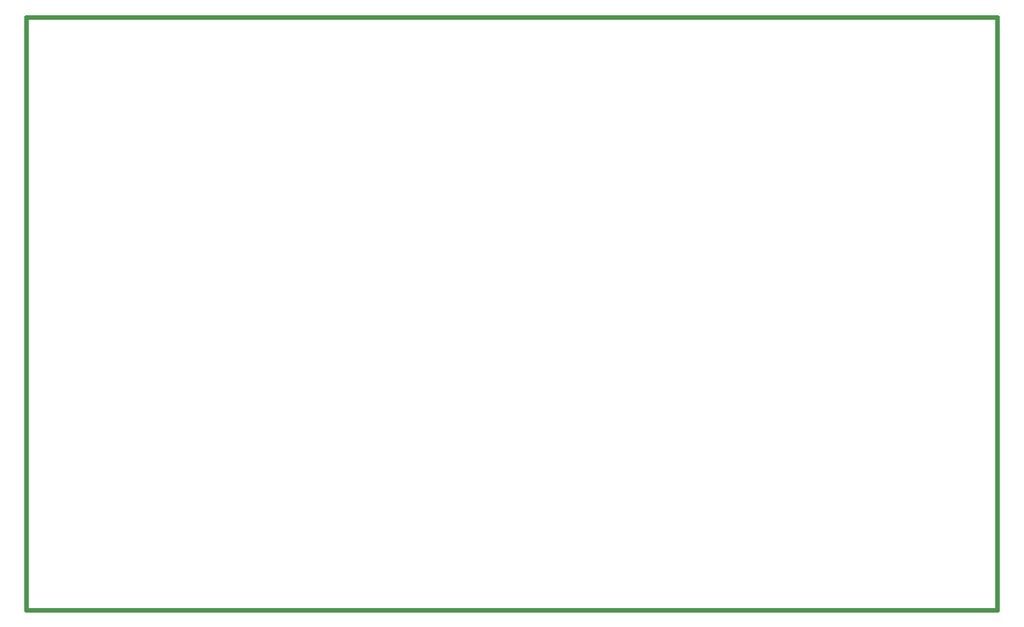
<source format=gbr>
G04 (created by PCBNEW-RS274X (2012-01-19 BZR 3256)-stable) date 16/02/2013 15:24:50*
G01*
G70*
G90*
%MOIN*%
G04 Gerber Fmt 3.4, Leading zero omitted, Abs format*
%FSLAX34Y34*%
G04 APERTURE LIST*
%ADD10C,0.006000*%
%ADD11C,0.015000*%
G04 APERTURE END LIST*
G54D10*
G54D11*
X00000Y00000D02*
X35000Y00000D01*
X00000Y22000D02*
X00000Y00000D01*
X00250Y22000D02*
X00000Y22000D01*
X36000Y22000D02*
X00250Y22000D01*
X36000Y00000D02*
X36000Y00500D01*
X36000Y21500D02*
X36000Y22000D01*
X36000Y00000D02*
X35000Y00000D01*
X36000Y21500D02*
X36000Y00500D01*
M02*

</source>
